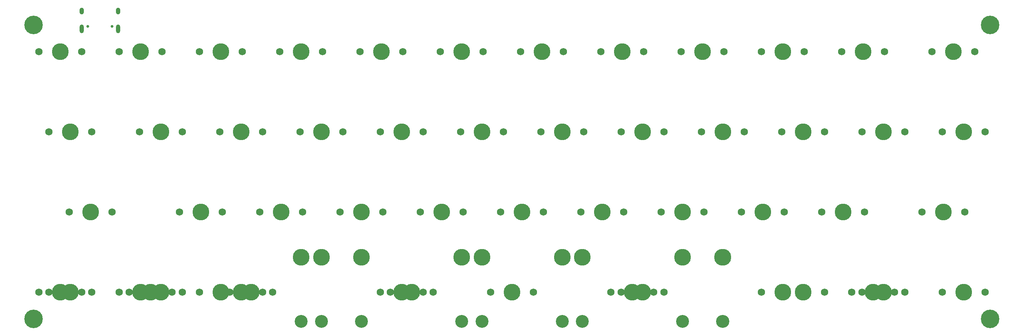
<source format=gbr>
G04 #@! TF.GenerationSoftware,KiCad,Pcbnew,(5.1.4)-1*
G04 #@! TF.CreationDate,2021-01-09T01:18:09-06:00*
G04 #@! TF.ProjectId,semi,73656d69-2e6b-4696-9361-645f70636258,rev?*
G04 #@! TF.SameCoordinates,Original*
G04 #@! TF.FileFunction,Soldermask,Top*
G04 #@! TF.FilePolarity,Negative*
%FSLAX46Y46*%
G04 Gerber Fmt 4.6, Leading zero omitted, Abs format (unit mm)*
G04 Created by KiCad (PCBNEW (5.1.4)-1) date 2021-01-09 01:18:09*
%MOMM*%
%LPD*%
G04 APERTURE LIST*
%ADD10C,3.987800*%
%ADD11C,3.048000*%
%ADD12C,1.750000*%
%ADD13O,1.000000X1.600000*%
%ADD14O,1.000000X2.100000*%
%ADD15C,0.650000*%
%ADD16C,4.400000*%
G04 APERTURE END LIST*
D10*
X166687500Y-58420000D03*
X128587500Y-58420000D03*
D11*
X166687500Y-73660000D03*
X128587500Y-73660000D03*
D12*
X152717500Y-66675000D03*
X142557500Y-66675000D03*
D10*
X147637500Y-66675000D03*
D13*
X23243000Y67000D03*
X14603000Y67000D03*
D14*
X23243000Y-4113000D03*
X14603000Y-4113000D03*
D15*
X16033000Y-3583000D03*
X21813000Y-3583000D03*
D16*
X3174800Y-3174800D03*
X3174800Y-73020400D03*
X230173000Y-73020400D03*
X230173000Y-3174800D03*
D12*
X228917500Y-66675000D03*
X218757500Y-66675000D03*
D10*
X223837500Y-66675000D03*
D12*
X209867500Y-66675000D03*
X199707500Y-66675000D03*
D10*
X204787500Y-66675000D03*
D12*
X207486250Y-66675000D03*
X197326250Y-66675000D03*
D10*
X202406250Y-66675000D03*
D12*
X190817500Y-66675000D03*
X180657500Y-66675000D03*
D10*
X185737500Y-66675000D03*
D12*
X186055000Y-66675000D03*
X175895000Y-66675000D03*
D10*
X180975000Y-66675000D03*
X157162500Y-58420000D03*
X133350000Y-58420000D03*
D11*
X157162500Y-73660000D03*
X133350000Y-73660000D03*
D12*
X150336250Y-66675000D03*
X140176250Y-66675000D03*
D10*
X145256250Y-66675000D03*
X104775000Y-58420000D03*
X80962500Y-58420000D03*
D11*
X104775000Y-73660000D03*
X80962500Y-73660000D03*
D12*
X97948750Y-66675000D03*
X87788750Y-66675000D03*
D10*
X92868750Y-66675000D03*
X109537500Y-58420000D03*
X71437500Y-58420000D03*
D11*
X109537500Y-73660000D03*
X71437500Y-73660000D03*
D12*
X95567500Y-66675000D03*
X85407500Y-66675000D03*
D10*
X90487500Y-66675000D03*
X166681150Y-58420000D03*
X66681350Y-58420000D03*
D11*
X166681150Y-73660000D03*
X66681350Y-73660000D03*
D12*
X121761250Y-66675000D03*
X111601250Y-66675000D03*
D10*
X116681250Y-66675000D03*
D12*
X57467500Y-66675000D03*
X47307500Y-66675000D03*
D10*
X52387500Y-66675000D03*
D12*
X59848750Y-66675000D03*
X49688750Y-66675000D03*
D10*
X54768750Y-66675000D03*
D12*
X52705000Y-66675000D03*
X42545000Y-66675000D03*
D10*
X47625000Y-66675000D03*
D12*
X38417500Y-66675000D03*
X28257500Y-66675000D03*
D10*
X33337500Y-66675000D03*
D12*
X33655000Y-66675000D03*
X23495000Y-66675000D03*
D10*
X28575000Y-66675000D03*
D12*
X36036250Y-66675000D03*
X25876250Y-66675000D03*
D10*
X30956250Y-66675000D03*
D12*
X14605000Y-66675000D03*
X4445000Y-66675000D03*
D10*
X9525000Y-66675000D03*
D12*
X16986250Y-66675000D03*
X6826250Y-66675000D03*
D10*
X11906250Y-66675000D03*
D12*
X224155000Y-47625000D03*
X213995000Y-47625000D03*
D10*
X219075000Y-47625000D03*
D12*
X200342500Y-47625000D03*
X190182500Y-47625000D03*
D10*
X195262500Y-47625000D03*
D12*
X181292500Y-47625000D03*
X171132500Y-47625000D03*
D10*
X176212500Y-47625000D03*
D12*
X162242500Y-47625000D03*
X152082500Y-47625000D03*
D10*
X157162500Y-47625000D03*
D12*
X143192500Y-47625000D03*
X133032500Y-47625000D03*
D10*
X138112500Y-47625000D03*
D12*
X124142500Y-47625000D03*
X113982500Y-47625000D03*
D10*
X119062500Y-47625000D03*
D12*
X105092500Y-47625000D03*
X94932500Y-47625000D03*
D10*
X100012500Y-47625000D03*
D12*
X86042500Y-47625000D03*
X75882500Y-47625000D03*
D10*
X80962500Y-47625000D03*
D12*
X66992500Y-47625000D03*
X56832500Y-47625000D03*
D10*
X61912500Y-47625000D03*
D12*
X47942500Y-47625000D03*
X37782500Y-47625000D03*
D10*
X42862500Y-47625000D03*
D12*
X21748750Y-47625000D03*
X11588750Y-47625000D03*
D10*
X16668750Y-47625000D03*
D12*
X228917500Y-28575000D03*
X218757500Y-28575000D03*
D10*
X223837500Y-28575000D03*
D12*
X209867500Y-28575000D03*
X199707500Y-28575000D03*
D10*
X204787500Y-28575000D03*
D12*
X190817500Y-28575000D03*
X180657500Y-28575000D03*
D10*
X185737500Y-28575000D03*
D12*
X171767500Y-28575000D03*
X161607500Y-28575000D03*
D10*
X166687500Y-28575000D03*
D12*
X152717500Y-28575000D03*
X142557500Y-28575000D03*
D10*
X147637500Y-28575000D03*
D12*
X133667500Y-28575000D03*
X123507500Y-28575000D03*
D10*
X128587500Y-28575000D03*
D12*
X114617500Y-28575000D03*
X104457500Y-28575000D03*
D10*
X109537500Y-28575000D03*
D12*
X95567500Y-28575000D03*
X85407500Y-28575000D03*
D10*
X90487500Y-28575000D03*
D12*
X76517500Y-28575000D03*
X66357500Y-28575000D03*
D10*
X71437500Y-28575000D03*
D12*
X57467500Y-28575000D03*
X47307500Y-28575000D03*
D10*
X52387500Y-28575000D03*
D12*
X38417500Y-28575000D03*
X28257500Y-28575000D03*
D10*
X33337500Y-28575000D03*
D12*
X16986250Y-28575000D03*
X6826250Y-28575000D03*
D10*
X11906250Y-28575000D03*
D12*
X226536250Y-9525000D03*
X216376250Y-9525000D03*
D10*
X221456250Y-9525000D03*
D12*
X205105000Y-9525000D03*
X194945000Y-9525000D03*
D10*
X200025000Y-9525000D03*
D12*
X186055000Y-9525000D03*
X175895000Y-9525000D03*
D10*
X180975000Y-9525000D03*
D12*
X167005000Y-9525000D03*
X156845000Y-9525000D03*
D10*
X161925000Y-9525000D03*
D12*
X147955000Y-9525000D03*
X137795000Y-9525000D03*
D10*
X142875000Y-9525000D03*
D12*
X128905000Y-9525000D03*
X118745000Y-9525000D03*
D10*
X123825000Y-9525000D03*
D12*
X109855000Y-9525000D03*
X99695000Y-9525000D03*
D10*
X104775000Y-9525000D03*
D12*
X90805000Y-9525000D03*
X80645000Y-9525000D03*
D10*
X85725000Y-9525000D03*
D12*
X71755000Y-9525000D03*
X61595000Y-9525000D03*
D10*
X66675000Y-9525000D03*
D12*
X52705000Y-9525000D03*
X42545000Y-9525000D03*
D10*
X47625000Y-9525000D03*
D12*
X33655000Y-9525000D03*
X23495000Y-9525000D03*
D10*
X28575000Y-9525000D03*
D12*
X14605000Y-9525000D03*
X4445000Y-9525000D03*
D10*
X9525000Y-9525000D03*
M02*

</source>
